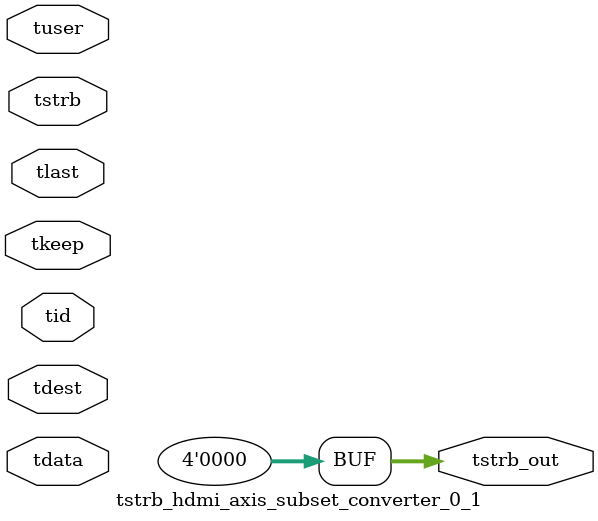
<source format=v>


`timescale 1ps/1ps

module tstrb_hdmi_axis_subset_converter_0_1 #
(
parameter C_S_AXIS_TDATA_WIDTH = 32,
parameter C_S_AXIS_TUSER_WIDTH = 0,
parameter C_S_AXIS_TID_WIDTH   = 0,
parameter C_S_AXIS_TDEST_WIDTH = 0,
parameter C_M_AXIS_TDATA_WIDTH = 32
)
(
input  [(C_S_AXIS_TDATA_WIDTH == 0 ? 1 : C_S_AXIS_TDATA_WIDTH)-1:0     ] tdata,
input  [(C_S_AXIS_TUSER_WIDTH == 0 ? 1 : C_S_AXIS_TUSER_WIDTH)-1:0     ] tuser,
input  [(C_S_AXIS_TID_WIDTH   == 0 ? 1 : C_S_AXIS_TID_WIDTH)-1:0       ] tid,
input  [(C_S_AXIS_TDEST_WIDTH == 0 ? 1 : C_S_AXIS_TDEST_WIDTH)-1:0     ] tdest,
input  [(C_S_AXIS_TDATA_WIDTH/8)-1:0 ] tkeep,
input  [(C_S_AXIS_TDATA_WIDTH/8)-1:0 ] tstrb,
input                                                                    tlast,
output [(C_M_AXIS_TDATA_WIDTH/8)-1:0 ] tstrb_out
);

assign tstrb_out = {1'b0};

endmodule


</source>
